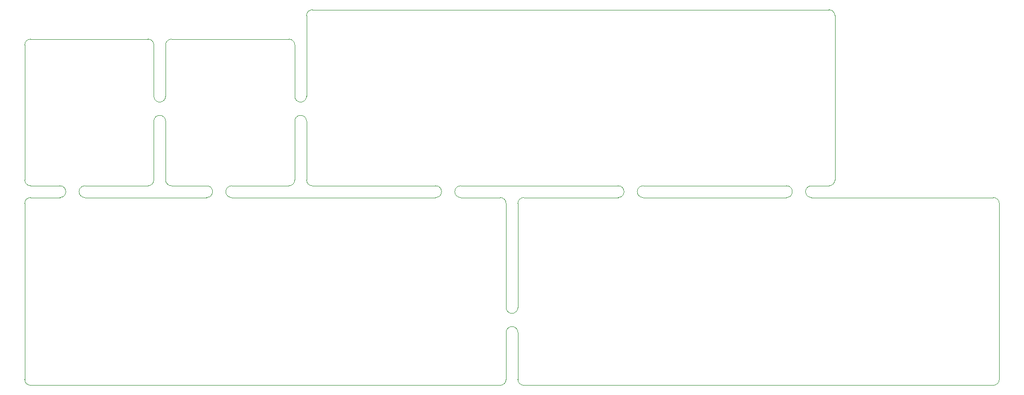
<source format=gbr>
%TF.GenerationSoftware,KiCad,Pcbnew,(6.0.5)*%
%TF.CreationDate,2022-08-13T10:27:20+02:00*%
%TF.ProjectId,clarinoid-devboard,636c6172-696e-46f6-9964-2d646576626f,rev?*%
%TF.SameCoordinates,Original*%
%TF.FileFunction,Profile,NP*%
%FSLAX46Y46*%
G04 Gerber Fmt 4.6, Leading zero omitted, Abs format (unit mm)*
G04 Created by KiCad (PCBNEW (6.0.5)) date 2022-08-13 10:27:20*
%MOMM*%
%LPD*%
G01*
G04 APERTURE LIST*
%TA.AperFunction,Profile*%
%ADD10C,0.100000*%
%TD*%
G04 APERTURE END LIST*
D10*
X125809317Y-85300034D02*
X104809317Y-85300034D01*
X136809317Y-87300034D02*
X130059317Y-87300034D01*
X189809317Y-85300034D02*
X192809257Y-85300034D01*
X101809287Y-61300064D02*
X101809317Y-70050034D01*
X66059317Y-85299966D02*
G75*
G03*
X66059317Y-87300034I-4J-1000034D01*
G01*
X77809317Y-70050034D02*
G75*
G03*
X79809317Y-70050034I1000000J-38D01*
G01*
X86809317Y-87300034D02*
X66059317Y-87300034D01*
X140809317Y-87300104D02*
G75*
G03*
X139809317Y-88300034I-4J-999996D01*
G01*
X120059317Y-55300034D02*
X179809317Y-55300034D01*
X80809317Y-85300034D02*
X86809317Y-85300004D01*
X79809281Y-84300034D02*
G75*
G03*
X80809317Y-85300034I1000132J132D01*
G01*
X156889304Y-87299966D02*
G75*
G03*
X156889304Y-85300034I-4J999966D01*
G01*
X220809287Y-119299974D02*
G75*
G03*
X221809287Y-118300004I26J999974D01*
G01*
X91059317Y-85300004D02*
X100809287Y-85300004D01*
X140809317Y-119300034D02*
X220809287Y-119300004D01*
X193809317Y-66550034D02*
X193809287Y-56300064D01*
X137809317Y-110300068D02*
X137809317Y-118300034D01*
X125809317Y-87300098D02*
G75*
G03*
X125809317Y-85300034I-42J1000032D01*
G01*
X193809257Y-84300034D02*
X193809317Y-66550034D01*
X125809317Y-87300034D02*
X91059317Y-87300004D01*
X55809317Y-88300034D02*
X55809317Y-103300034D01*
X104809317Y-55300006D02*
G75*
G03*
X103809317Y-56300034I-104J-999896D01*
G01*
X56809317Y-85300034D02*
X61809317Y-85300034D01*
X139809317Y-110300068D02*
G75*
G03*
X137809317Y-110300068I-1000000J-38D01*
G01*
X103809281Y-84300034D02*
G75*
G03*
X104809317Y-85300034I1000132J132D01*
G01*
X101809251Y-61300064D02*
G75*
G03*
X100809287Y-60300064I-1000038J-38D01*
G01*
X137809279Y-88300034D02*
G75*
G03*
X136809317Y-87300034I-999966J34D01*
G01*
X185559317Y-87300034D02*
X161139304Y-87300034D01*
X156889304Y-87300034D02*
X140809317Y-87300034D01*
X61809317Y-87299966D02*
G75*
G03*
X61809317Y-85300034I-4J999966D01*
G01*
X185559317Y-87299966D02*
G75*
G03*
X185559317Y-85300034I-4J999966D01*
G01*
X77809251Y-61300064D02*
G75*
G03*
X76809287Y-60300064I-1000038J-38D01*
G01*
X139809317Y-110300034D02*
X139809317Y-118300034D01*
X189809317Y-87300034D02*
X220809287Y-87300064D01*
X79809317Y-74300034D02*
G75*
G03*
X77809317Y-74300034I-1000000J-38D01*
G01*
X120059317Y-55300034D02*
X104809317Y-55300034D01*
X76809287Y-85299976D02*
G75*
G03*
X77809287Y-84300034I126J999874D01*
G01*
X56809317Y-87300004D02*
G75*
G03*
X55809317Y-88300034I-104J-999896D01*
G01*
X55809317Y-69300034D02*
X55809317Y-84300034D01*
X221809287Y-88300064D02*
X221809287Y-118300004D01*
X130059317Y-85300098D02*
G75*
G03*
X130059317Y-87300034I-42J-999968D01*
G01*
X76809287Y-60300064D02*
X56809317Y-60300034D01*
X136809317Y-119300034D02*
X56809317Y-119300034D01*
X86809317Y-87299936D02*
G75*
G03*
X86809317Y-85300004I-4J999966D01*
G01*
X55809317Y-103300034D02*
X55809317Y-118300034D01*
X139809379Y-118300034D02*
G75*
G03*
X140809317Y-119300034I999934J-66D01*
G01*
X137809317Y-106050068D02*
G75*
G03*
X139809317Y-106050068I1000000J-38D01*
G01*
X80809347Y-60300036D02*
G75*
G03*
X79809347Y-61300064I-134J-999866D01*
G01*
X137809317Y-88300034D02*
X137809317Y-106050068D01*
X189809317Y-85299966D02*
G75*
G03*
X189809317Y-87300034I-4J-1000034D01*
G01*
X221809249Y-88300064D02*
G75*
G03*
X220809287Y-87300064I-999936J64D01*
G01*
X77809317Y-83300034D02*
X77809287Y-84300034D01*
X55809281Y-84300034D02*
G75*
G03*
X56809317Y-85300034I1000132J132D01*
G01*
X94059317Y-60300034D02*
X100809287Y-60300064D01*
X55809279Y-118300034D02*
G75*
G03*
X56809317Y-119300034I1000034J34D01*
G01*
X139809317Y-106050034D02*
X139809317Y-88300034D01*
X101809317Y-70050034D02*
G75*
G03*
X103809317Y-70050034I1000000J-38D01*
G01*
X100809287Y-85299976D02*
G75*
G03*
X101809287Y-84300004I-74J1000074D01*
G01*
X103809317Y-56300034D02*
X103809317Y-70050034D01*
X103809317Y-74300034D02*
G75*
G03*
X101809317Y-74300034I-1000000J-38D01*
G01*
X136809317Y-119300004D02*
G75*
G03*
X137809317Y-118300034I96J999904D01*
G01*
X61809317Y-87300034D02*
X56809317Y-87300034D01*
X79809347Y-61300064D02*
X79809317Y-70050034D01*
X193809251Y-56300064D02*
G75*
G03*
X192809287Y-55300064I-1000038J-38D01*
G01*
X103809317Y-74300034D02*
X103809317Y-84300034D01*
X79809317Y-74300034D02*
X79809317Y-84300034D01*
X192809257Y-85300046D02*
G75*
G03*
X193809257Y-84300034I156J999844D01*
G01*
X55809317Y-61300034D02*
X55809317Y-69300034D01*
X161139304Y-85300034D02*
X185559317Y-85300034D01*
X91059317Y-85299936D02*
G75*
G03*
X91059317Y-87300004I-4J-1000034D01*
G01*
X130059317Y-85300034D02*
X156889304Y-85300034D01*
X56809317Y-60300006D02*
G75*
G03*
X55809317Y-61300034I-104J-999896D01*
G01*
X77809317Y-83300034D02*
X77809317Y-74300034D01*
X101809317Y-74300034D02*
X101809287Y-84300004D01*
X192809287Y-55300064D02*
X179809317Y-55300034D01*
X161139304Y-85299966D02*
G75*
G03*
X161139304Y-87300034I-4J-1000034D01*
G01*
X66059317Y-85300034D02*
X76809287Y-85300034D01*
X77809317Y-70050034D02*
X77809287Y-61300064D01*
X94059317Y-60300034D02*
X80809347Y-60300064D01*
M02*

</source>
